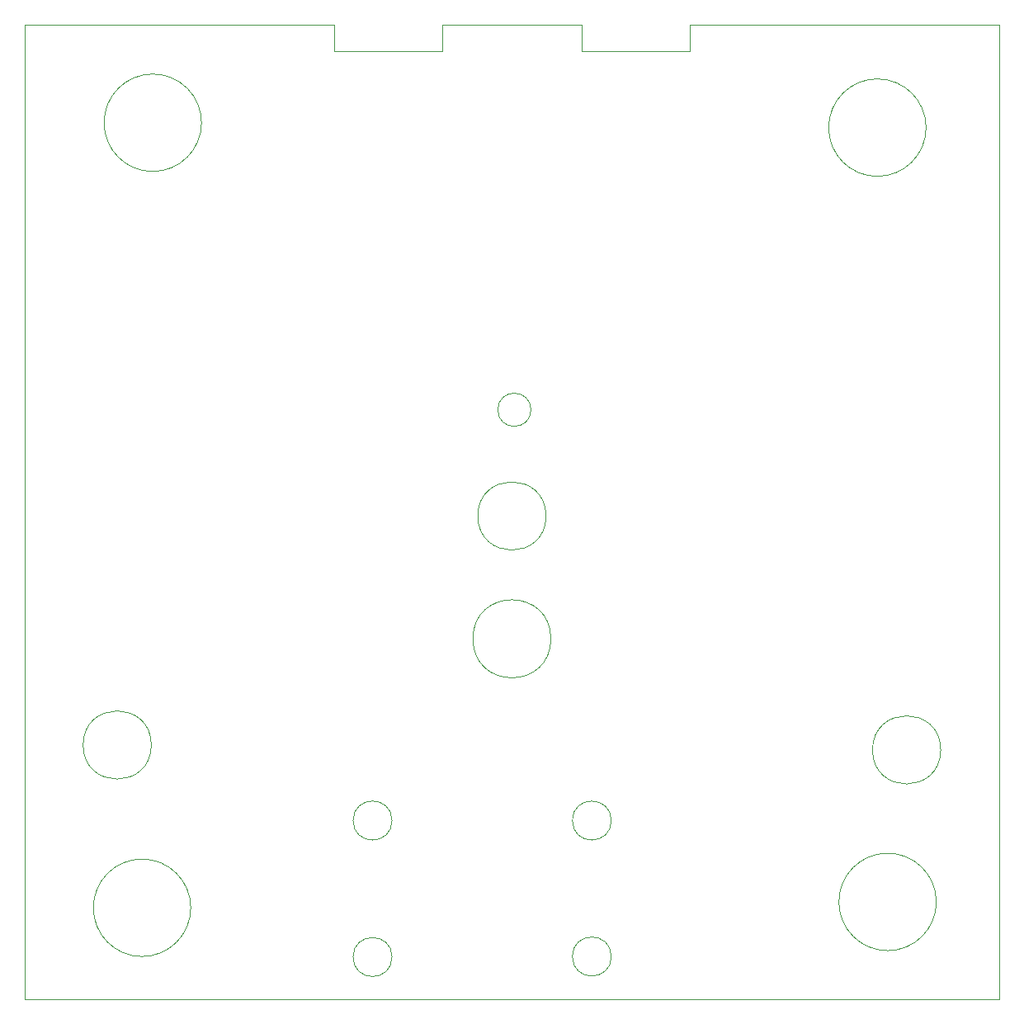
<source format=gbr>
G04 #@! TF.GenerationSoftware,KiCad,Pcbnew,6.0.7*
G04 #@! TF.CreationDate,2023-06-12T18:01:15+12:00*
G04 #@! TF.ProjectId,default_panel,64656661-756c-4745-9f70-616e656c2e6b,1_0_1*
G04 #@! TF.SameCoordinates,Original*
G04 #@! TF.FileFunction,Profile,NP*
%FSLAX46Y46*%
G04 Gerber Fmt 4.6, Leading zero omitted, Abs format (unit mm)*
G04 Created by KiCad (PCBNEW 6.0.7) date 2023-06-12 18:01:15*
%MOMM*%
%LPD*%
G01*
G04 APERTURE LIST*
G04 #@! TA.AperFunction,Profile*
%ADD10C,0.050000*%
G04 #@! TD*
G04 APERTURE END LIST*
D10*
X100000000Y-150000000D02*
X100000000Y-50000000D01*
X137700000Y-145650000D02*
G75*
G03*
X137700000Y-145650000I-2000000J0D01*
G01*
X200000000Y-50000000D02*
X200000000Y-150000000D01*
X160200000Y-145600000D02*
G75*
G03*
X160200000Y-145600000I-2000000J0D01*
G01*
X137700000Y-131650000D02*
G75*
G03*
X137700000Y-131650000I-2000000J0D01*
G01*
X118150000Y-60050000D02*
G75*
G03*
X118150000Y-60050000I-5000000J0D01*
G01*
X168250000Y-50000000D02*
X200000000Y-50000000D01*
X142850000Y-52700000D02*
X142850000Y-50000000D01*
X131800000Y-52700000D02*
X142850000Y-52700000D01*
X160200000Y-131650000D02*
G75*
G03*
X160200000Y-131650000I-2000000J0D01*
G01*
X157200000Y-52700000D02*
X168250000Y-52700000D01*
X192500000Y-60550000D02*
G75*
G03*
X192500000Y-60550000I-5000000J0D01*
G01*
X100000000Y-50000000D02*
X131800000Y-50000000D01*
X131800000Y-50000000D02*
X131800000Y-52700000D01*
X157200000Y-50000000D02*
X157200000Y-52700000D01*
X157200000Y-50000000D02*
X142850000Y-50000000D01*
X151950000Y-89500000D02*
G75*
G03*
X151950000Y-89500000I-1700000J0D01*
G01*
X113000000Y-123900000D02*
G75*
G03*
X113000000Y-123900000I-3500000J0D01*
G01*
X117050000Y-140600000D02*
G75*
G03*
X117050000Y-140600000I-5000000J0D01*
G01*
X194000000Y-124400000D02*
G75*
G03*
X194000000Y-124400000I-3500000J0D01*
G01*
X153500000Y-100400000D02*
G75*
G03*
X153500000Y-100400000I-3500000J0D01*
G01*
X154000000Y-113000000D02*
G75*
G03*
X154000000Y-113000000I-4000000J0D01*
G01*
X193550000Y-140000000D02*
G75*
G03*
X193550000Y-140000000I-5000000J0D01*
G01*
X104250001Y-65500000D02*
G75*
G03*
X104250001Y-65500000I-1J0D01*
G01*
X168250000Y-52700000D02*
X168250000Y-50000000D01*
X200000000Y-150000000D02*
X100000000Y-150000000D01*
M02*

</source>
